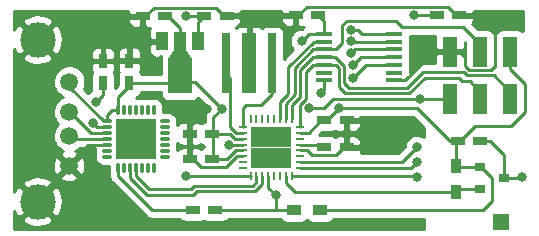
<source format=gbl>
G04 #@! TF.GenerationSoftware,KiCad,Pcbnew,no-vcs-found-7657~57~ubuntu16.04.1*
G04 #@! TF.CreationDate,2017-02-15T15:49:03+02:00*
G04 #@! TF.ProjectId,serial_gw,73657269616C5F67772E6B696361645F,rev?*
G04 #@! TF.FileFunction,Copper,L2,Bot,Signal*
G04 #@! TF.FilePolarity,Positive*
%FSLAX46Y46*%
G04 Gerber Fmt 4.6, Leading zero omitted, Abs format (unit mm)*
G04 Created by KiCad (PCBNEW no-vcs-found-7657~57~ubuntu16.04.1) date Wed Feb 15 15:49:03 2017*
%MOMM*%
%LPD*%
G01*
G04 APERTURE LIST*
%ADD10C,0.100000*%
%ADD11R,1.350000X1.350000*%
%ADD12R,0.800000X5.100000*%
%ADD13R,1.300000X5.100000*%
%ADD14C,2.999740*%
%ADD15C,1.501140*%
%ADD16C,0.800000*%
%ADD17R,1.200000X0.750000*%
%ADD18R,0.750000X1.200000*%
%ADD19R,1.270000X2.500000*%
%ADD20R,1.725000X1.725000*%
%ADD21R,0.250000X0.700000*%
%ADD22R,0.700000X0.250000*%
%ADD23R,1.200000X0.900000*%
%ADD24R,1.450000X0.450000*%
%ADD25C,0.749300*%
%ADD26R,1.998980X2.999740*%
%ADD27R,1.000760X1.501140*%
%ADD28R,1.675000X1.675000*%
%ADD29O,0.300000X0.850000*%
%ADD30O,0.850000X0.300000*%
%ADD31R,0.900000X1.200000*%
%ADD32R,0.900000X0.800000*%
%ADD33C,0.250000*%
%ADD34C,0.254000*%
G04 APERTURE END LIST*
D10*
D11*
X112776000Y-92202000D03*
D12*
X89490000Y-78740000D03*
D13*
X91440000Y-78740000D03*
D12*
X93390000Y-78740000D03*
D14*
X73540000Y-76754000D03*
X73540000Y-90470000D03*
D15*
X76207000Y-80310000D03*
X76207000Y-82850000D03*
X76207000Y-84882000D03*
X76207000Y-87422000D03*
D16*
X73644000Y-87264000D03*
X72644000Y-87264000D03*
X73644000Y-86264000D03*
X72644000Y-86264000D03*
X73644000Y-85264000D03*
X72644000Y-85264000D03*
X73644000Y-84264000D03*
X72644000Y-84264000D03*
X73644000Y-83264000D03*
X72644000Y-83264000D03*
X73644000Y-82264000D03*
X72644000Y-82264000D03*
X73644000Y-81264000D03*
X72644000Y-81264000D03*
X73644000Y-80264000D03*
X72644000Y-80264000D03*
X77708000Y-92408000D03*
X76708000Y-92408000D03*
X77708000Y-91408000D03*
X76708000Y-91408000D03*
X77708000Y-90408000D03*
X76708000Y-90408000D03*
X77708000Y-89408000D03*
X76708000Y-89408000D03*
X79946000Y-76184000D03*
X78946000Y-76184000D03*
X77946000Y-76184000D03*
X76946000Y-76184000D03*
X75946000Y-76184000D03*
X79946000Y-75184000D03*
X78946000Y-75184000D03*
X77946000Y-75184000D03*
X76946000Y-75184000D03*
X75946000Y-75184000D03*
D17*
X97282000Y-74676000D03*
X95382000Y-74676000D03*
X99690000Y-83566000D03*
X97790000Y-83566000D03*
X88326000Y-84728000D03*
X86426000Y-84728000D03*
X86426000Y-86868000D03*
X88326000Y-86868000D03*
X97790000Y-85852000D03*
X99690000Y-85852000D03*
X86680000Y-91186000D03*
X88580000Y-91186000D03*
X84328000Y-74760000D03*
X82428000Y-74760000D03*
X107320000Y-74676000D03*
X109220000Y-74676000D03*
D18*
X81310000Y-78550000D03*
X81310000Y-80450000D03*
D17*
X89530000Y-74730000D03*
X87630000Y-74730000D03*
D18*
X79070000Y-78560000D03*
X79070000Y-80460000D03*
D19*
X113498000Y-81756000D03*
X110998000Y-81756000D03*
X108458000Y-81756000D03*
X108458000Y-77756000D03*
X110998000Y-77756000D03*
X113538000Y-77756000D03*
D20*
X92456000Y-86740500D03*
X92456000Y-85015500D03*
X94181000Y-86740500D03*
X94181000Y-85015500D03*
D21*
X91568500Y-88278000D03*
X92068500Y-88278000D03*
X92568500Y-88278000D03*
X93068500Y-88278000D03*
X93568500Y-88278000D03*
X94068500Y-88278000D03*
X94568500Y-88278000D03*
X95068500Y-88278000D03*
D22*
X95718500Y-87628000D03*
X95718500Y-87128000D03*
X95718500Y-86628000D03*
X95718500Y-86128000D03*
X95718500Y-85628000D03*
X95718500Y-85128000D03*
X95718500Y-84628000D03*
X95718500Y-84128000D03*
D21*
X95068500Y-83478000D03*
X94568500Y-83478000D03*
X94068500Y-83478000D03*
X93568500Y-83478000D03*
X93068500Y-83478000D03*
X92568500Y-83478000D03*
X92068500Y-83478000D03*
X91568500Y-83478000D03*
D22*
X90918500Y-84128000D03*
X90918500Y-84628000D03*
X90918500Y-85128000D03*
X90918500Y-85628000D03*
X90918500Y-86128000D03*
X90918500Y-86628000D03*
X90918500Y-87128000D03*
X90918500Y-87628000D03*
D23*
X95250000Y-91186000D03*
X97450000Y-91186000D03*
D24*
X97790000Y-76282000D03*
X97790000Y-76932000D03*
X97790000Y-77582000D03*
X97790000Y-78232000D03*
X97790000Y-78882000D03*
X97790000Y-79532000D03*
X97790000Y-80182000D03*
X103690000Y-80182000D03*
X103690000Y-79532000D03*
X103690000Y-78882000D03*
X103690000Y-78232000D03*
X103690000Y-77582000D03*
X103690000Y-76932000D03*
X103690000Y-76282000D03*
D25*
X85598000Y-77990700D03*
D10*
G36*
X86098380Y-77616050D02*
X86598760Y-78365350D01*
X84597240Y-78365350D01*
X85097620Y-77616050D01*
X86098380Y-77616050D01*
X86098380Y-77616050D01*
G37*
D26*
X85598000Y-79839820D03*
D27*
X87099140Y-76888340D03*
X85598000Y-76888340D03*
X84096860Y-76888340D03*
D28*
X81026000Y-86003000D03*
X81026000Y-84328000D03*
X82701000Y-86003000D03*
X82701000Y-84328000D03*
D29*
X80363500Y-87615500D03*
X80863500Y-87615500D03*
X81363500Y-87615500D03*
X81863500Y-87615500D03*
X82363500Y-87615500D03*
X82863500Y-87615500D03*
X83363500Y-87615500D03*
D30*
X84313500Y-86665500D03*
X84313500Y-86165500D03*
X84313500Y-85665500D03*
X84313500Y-85165500D03*
X84313500Y-84665500D03*
X84313500Y-84165500D03*
X84313500Y-83665500D03*
D29*
X83363500Y-82715500D03*
X82863500Y-82715500D03*
X82363500Y-82715500D03*
X81863500Y-82715500D03*
X81363500Y-82715500D03*
X80863500Y-82715500D03*
X80363500Y-82715500D03*
D30*
X79413500Y-83665500D03*
X79413500Y-84165500D03*
X79413500Y-84665500D03*
X79413500Y-85165500D03*
X79413500Y-85665500D03*
X79413500Y-86165500D03*
X79413500Y-86665500D03*
D17*
X110998000Y-85344000D03*
X109098000Y-85344000D03*
D31*
X108966000Y-87462000D03*
X108966000Y-89662000D03*
D32*
X112998000Y-88458000D03*
X110998000Y-87508000D03*
X110998000Y-89408000D03*
D16*
X87875000Y-82650000D03*
X89707632Y-85652664D03*
X114554000Y-88392000D03*
X100838000Y-84836000D03*
X89127626Y-82603499D03*
X99060000Y-82513010D03*
X95930001Y-76861151D03*
X105918006Y-81788000D03*
X96515340Y-82554660D03*
X93726000Y-89916000D03*
X97536000Y-81280000D03*
X100064291Y-75897378D03*
X105410000Y-74701009D03*
X86101340Y-74755009D03*
X78236660Y-83815340D03*
X78513160Y-82014840D03*
X105664002Y-85852000D03*
X105664000Y-87122000D03*
X105664000Y-88392000D03*
X100095976Y-76896888D03*
X100235021Y-79964283D03*
X100226992Y-78883000D03*
X100063857Y-77896384D03*
X86075000Y-88275000D03*
D33*
X86426000Y-84099000D02*
X87875000Y-82650000D01*
X86426000Y-84728000D02*
X86426000Y-84099000D01*
X73540000Y-90470000D02*
X73540000Y-90036000D01*
X73540000Y-90036000D02*
X76154000Y-87422000D01*
X76154000Y-87422000D02*
X76207000Y-87422000D01*
X79413500Y-85665500D02*
X77791500Y-85665500D01*
X77791500Y-85665500D02*
X76207000Y-87250000D01*
X76207000Y-87250000D02*
X76207000Y-87369000D01*
X76207000Y-87369000D02*
X76207000Y-87422000D01*
X90918500Y-85628000D02*
X89732296Y-85628000D01*
X89732296Y-85628000D02*
X89707632Y-85652664D01*
X95382000Y-74676000D02*
X91440000Y-74676000D01*
X91440000Y-74676000D02*
X89584000Y-74676000D01*
X91440000Y-78740000D02*
X91440000Y-74676000D01*
X86651000Y-86868000D02*
X86426000Y-86868000D01*
X89514910Y-87568001D02*
X87351001Y-87568001D01*
X90918500Y-86628000D02*
X90454911Y-86628000D01*
X90454911Y-86628000D02*
X89514910Y-87568001D01*
X87351001Y-87568001D02*
X86651000Y-86868000D01*
X108458000Y-77756000D02*
X109252000Y-77756000D01*
X109252000Y-77756000D02*
X109728000Y-78232000D01*
X109728000Y-78232000D02*
X109728000Y-78956002D01*
X112268000Y-76200000D02*
X110744000Y-74676000D01*
X109728000Y-78956002D02*
X110102999Y-79331001D01*
X110102999Y-79331001D02*
X111893001Y-79331001D01*
X112268000Y-78956002D02*
X112268000Y-76200000D01*
X111893001Y-79331001D02*
X112268000Y-78956002D01*
X110744000Y-74676000D02*
X109220000Y-74676000D01*
X82746660Y-76888340D02*
X81607660Y-76888340D01*
X81607660Y-76888340D02*
X81310000Y-77186000D01*
X81310000Y-77186000D02*
X81310000Y-78550000D01*
X89490000Y-74770000D02*
X89530000Y-74730000D01*
X112998000Y-88458000D02*
X114488000Y-88458000D01*
X114488000Y-88458000D02*
X114554000Y-88392000D01*
X109220000Y-74676000D02*
X108995000Y-74676000D01*
X108995000Y-74676000D02*
X108294999Y-73975999D01*
X108294999Y-73975999D02*
X96307001Y-73975999D01*
X96307001Y-73975999D02*
X95607000Y-74676000D01*
X95607000Y-74676000D02*
X95382000Y-74676000D01*
X99690000Y-84836000D02*
X99690000Y-85852000D01*
X99690000Y-83566000D02*
X99690000Y-84836000D01*
X99690000Y-84836000D02*
X100838000Y-84836000D01*
X89305000Y-74730000D02*
X88604999Y-74029999D01*
X83383001Y-74029999D02*
X82653000Y-74760000D01*
X89530000Y-74730000D02*
X89305000Y-74730000D01*
X88604999Y-74029999D02*
X83383001Y-74029999D01*
X82653000Y-74760000D02*
X82428000Y-74760000D01*
X95718500Y-86128000D02*
X96318500Y-86128000D01*
X96318500Y-86128000D02*
X96742501Y-86552001D01*
X96742501Y-86552001D02*
X98764999Y-86552001D01*
X98764999Y-86552001D02*
X99465000Y-85852000D01*
X99465000Y-85852000D02*
X99690000Y-85852000D01*
X89584000Y-74676000D02*
X89530000Y-74730000D01*
X79070000Y-78560000D02*
X75346000Y-78560000D01*
X75346000Y-78560000D02*
X73540000Y-76754000D01*
X82428000Y-74760000D02*
X82428000Y-75385000D01*
X82428000Y-75385000D02*
X82746660Y-75703660D01*
X82746660Y-75703660D02*
X82746660Y-76888340D01*
X81310000Y-78550000D02*
X79080000Y-78550000D01*
X79080000Y-78550000D02*
X79070000Y-78560000D01*
X84096860Y-76888340D02*
X82746660Y-76888340D01*
X103690000Y-80182000D02*
X104665000Y-80182000D01*
X104665000Y-80182000D02*
X107091000Y-77756000D01*
X107091000Y-77756000D02*
X108458000Y-77756000D01*
X86426000Y-84728000D02*
X86426000Y-86868000D01*
X110998000Y-85344000D02*
X111848000Y-85344000D01*
X111848000Y-85344000D02*
X112998000Y-86494000D01*
X112998000Y-86494000D02*
X112998000Y-88458000D01*
X88326000Y-86868000D02*
X88375000Y-86819000D01*
X88375000Y-86819000D02*
X88375000Y-84777000D01*
X88375000Y-84777000D02*
X88326000Y-84728000D01*
X88326000Y-84728000D02*
X88551000Y-84728000D01*
X88551000Y-84728000D02*
X88425000Y-84602000D01*
X88425000Y-84602000D02*
X88425000Y-83306125D01*
X88425000Y-83306125D02*
X89127626Y-82603499D01*
X86864327Y-80340200D02*
X89127626Y-82603499D01*
X85598000Y-80340200D02*
X86864327Y-80340200D01*
X109098000Y-85344000D02*
X108458000Y-85344000D01*
X108458000Y-85344000D02*
X105627010Y-82513010D01*
X105627010Y-82513010D02*
X99060000Y-82513010D01*
X99060000Y-82521000D02*
X99060000Y-82513010D01*
X97790000Y-83566000D02*
X98015000Y-83566000D01*
X98015000Y-83566000D02*
X99060000Y-82521000D01*
X97790000Y-76282000D02*
X96509152Y-76282000D01*
X96509152Y-76282000D02*
X95930001Y-76861151D01*
X90918500Y-85128000D02*
X90208000Y-85128000D01*
X90208000Y-85128000D02*
X89808000Y-84728000D01*
X89808000Y-84728000D02*
X88326000Y-84728000D01*
X89578500Y-86868000D02*
X88326000Y-86868000D01*
X90918500Y-86128000D02*
X90318500Y-86128000D01*
X90318500Y-86128000D02*
X89578500Y-86868000D01*
X97450000Y-91186000D02*
X111252000Y-91186000D01*
X111252000Y-91186000D02*
X112014000Y-90424000D01*
X112014000Y-90424000D02*
X112014000Y-88474000D01*
X112014000Y-88474000D02*
X111048000Y-87508000D01*
X111048000Y-87508000D02*
X110998000Y-87508000D01*
X85598000Y-80340200D02*
X85598000Y-79839820D01*
X85731202Y-80340200D02*
X85598000Y-80340200D01*
X85598000Y-76888340D02*
X85598000Y-77990700D01*
X81310000Y-80450000D02*
X84987820Y-80450000D01*
X84987820Y-80450000D02*
X85598000Y-79839820D01*
X85598000Y-76888340D02*
X85598000Y-77138530D01*
X85598000Y-77138530D02*
X85598000Y-79839820D01*
X85598000Y-76888340D02*
X85598000Y-75805000D01*
X85598000Y-75805000D02*
X84553000Y-74760000D01*
X84553000Y-74760000D02*
X84328000Y-74760000D01*
X79413500Y-83665500D02*
X79138500Y-83665500D01*
X79138500Y-83665500D02*
X76200000Y-80727000D01*
X76200000Y-80727000D02*
X76200000Y-80317000D01*
X76200000Y-80317000D02*
X76207000Y-80310000D01*
X113538000Y-77756000D02*
X113538000Y-79256000D01*
X113538000Y-79256000D02*
X114808000Y-80526000D01*
X114808000Y-80526000D02*
X114808000Y-82916002D01*
X114808000Y-82916002D02*
X113650002Y-84074000D01*
X113650002Y-84074000D02*
X110593000Y-84074000D01*
X110593000Y-84074000D02*
X109323000Y-85344000D01*
X109323000Y-85344000D02*
X109098000Y-85344000D01*
X108966000Y-87462000D02*
X108966000Y-85476000D01*
X108966000Y-85476000D02*
X109098000Y-85344000D01*
X110998000Y-87508000D02*
X109012000Y-87508000D01*
X109012000Y-87508000D02*
X108966000Y-87462000D01*
X81310000Y-80450000D02*
X81310000Y-80675000D01*
X81310000Y-80675000D02*
X80363500Y-81621500D01*
X80363500Y-81621500D02*
X80363500Y-82715500D01*
X79844500Y-82715500D02*
X79413500Y-83146500D01*
X79413500Y-83146500D02*
X79413500Y-83665500D01*
X80363500Y-82715500D02*
X79844500Y-82715500D01*
X84724230Y-74760000D02*
X84328000Y-74760000D01*
X97790000Y-83566000D02*
X97565000Y-83566000D01*
X97565000Y-83566000D02*
X96503000Y-84628000D01*
X96503000Y-84628000D02*
X95718500Y-84628000D01*
X97790000Y-76282000D02*
X97790000Y-75184000D01*
X97790000Y-75184000D02*
X97282000Y-74676000D01*
X97790000Y-85852000D02*
X97566000Y-85628000D01*
X97566000Y-85628000D02*
X95718500Y-85628000D01*
X92456000Y-91186000D02*
X93726000Y-91186000D01*
X93726000Y-91186000D02*
X93726000Y-89916000D01*
X93068500Y-88278000D02*
X93068500Y-89268500D01*
X93068500Y-89268500D02*
X93716000Y-89916000D01*
X93716000Y-89916000D02*
X93726000Y-89916000D01*
X95250000Y-91186000D02*
X92456000Y-91186000D01*
X88580000Y-91186000D02*
X92456000Y-91186000D01*
X98552000Y-81788000D02*
X105918006Y-81788000D01*
X108458000Y-81756000D02*
X105950006Y-81756000D01*
X97785340Y-82554660D02*
X98552000Y-81788000D01*
X105950006Y-81756000D02*
X105918006Y-81788000D01*
X96515340Y-82554660D02*
X97785340Y-82554660D01*
X86680000Y-91186000D02*
X83259000Y-91186000D01*
X83259000Y-91186000D02*
X80363500Y-88290500D01*
X80363500Y-88290500D02*
X80363500Y-87615500D01*
X97790000Y-80182000D02*
X97790000Y-81026000D01*
X97790000Y-81026000D02*
X97536000Y-81280000D01*
X100629976Y-75897378D02*
X100064291Y-75897378D01*
X101014598Y-76282000D02*
X100629976Y-75897378D01*
X103690000Y-76282000D02*
X101014598Y-76282000D01*
X87099140Y-76888340D02*
X87099140Y-75260860D01*
X87099140Y-75260860D02*
X87630000Y-74730000D01*
X107320000Y-74676000D02*
X105435009Y-74676000D01*
X105435009Y-74676000D02*
X105410000Y-74701009D01*
X87630000Y-74730000D02*
X86126349Y-74730000D01*
X86126349Y-74730000D02*
X86101340Y-74755009D01*
X78586820Y-84165500D02*
X78236660Y-83815340D01*
X79413500Y-84165500D02*
X78586820Y-84165500D01*
X79070000Y-81458000D02*
X78513160Y-82014840D01*
X79070000Y-80460000D02*
X79070000Y-81458000D01*
X104818022Y-80855978D02*
X106172000Y-79502000D01*
X112138012Y-79781012D02*
X113498000Y-81141000D01*
X98751411Y-78232000D02*
X99510011Y-78990600D01*
X109916599Y-79781012D02*
X112138012Y-79781012D01*
X106172000Y-79502000D02*
X109637587Y-79502000D01*
X99905978Y-80855978D02*
X104818022Y-80855978D01*
X99510011Y-80460011D02*
X99905978Y-80855978D01*
X99510011Y-78990600D02*
X99510011Y-80460011D01*
X97790000Y-78232000D02*
X98751411Y-78232000D01*
X109637587Y-79502000D02*
X109916599Y-79781012D01*
X113498000Y-81141000D02*
X113498000Y-81756000D01*
X95068500Y-82292085D02*
X95068500Y-83478000D01*
X97790000Y-78232000D02*
X96876389Y-78232000D01*
X95792023Y-79316366D02*
X95792023Y-81568563D01*
X95792023Y-81568563D02*
X95068500Y-82292085D01*
X96876389Y-78232000D02*
X95792023Y-79316366D01*
X99060000Y-79177000D02*
X99060000Y-80772000D01*
X109498000Y-80256000D02*
X110113000Y-80256000D01*
X98765000Y-78882000D02*
X99060000Y-79177000D01*
X106300411Y-80010000D02*
X109252000Y-80010000D01*
X97790000Y-78882000D02*
X98765000Y-78882000D01*
X99060000Y-80772000D02*
X99593989Y-81305989D01*
X99593989Y-81305989D02*
X105004422Y-81305989D01*
X105004422Y-81305989D02*
X106300411Y-80010000D01*
X109252000Y-80010000D02*
X109498000Y-80256000D01*
X110113000Y-80256000D02*
X110998000Y-81141000D01*
X110998000Y-81141000D02*
X110998000Y-81756000D01*
X95718500Y-82278496D02*
X95718500Y-84128000D01*
X96242033Y-81754964D02*
X95718500Y-82278496D01*
X96862800Y-78882000D02*
X96242034Y-79502766D01*
X96242034Y-79502766D02*
X96242033Y-81754964D01*
X97790000Y-78882000D02*
X96862800Y-78882000D01*
X110998000Y-77141000D02*
X110998000Y-77756000D01*
X109549000Y-75692000D02*
X110998000Y-77141000D01*
X103874377Y-75172377D02*
X104394000Y-75692000D01*
X99339290Y-75549377D02*
X99716290Y-75172377D01*
X98765000Y-77582000D02*
X99339290Y-77007710D01*
X104394000Y-75692000D02*
X109549000Y-75692000D01*
X99339290Y-77007710D02*
X99339290Y-75549377D01*
X99716290Y-75172377D02*
X103874377Y-75172377D01*
X97790000Y-77582000D02*
X98765000Y-77582000D01*
X94568500Y-82155675D02*
X95342012Y-81382163D01*
X96889980Y-77582000D02*
X97790000Y-77582000D01*
X94568500Y-83478000D02*
X94568500Y-82155675D01*
X95342012Y-81382163D02*
X95342012Y-79129967D01*
X95342012Y-79129967D02*
X96889980Y-77582000D01*
X78061500Y-84665500D02*
X76207000Y-82811000D01*
X76207000Y-82811000D02*
X76207000Y-82850000D01*
X79413500Y-84665500D02*
X78061500Y-84665500D01*
X79413500Y-85165500D02*
X76529500Y-85165500D01*
X76246000Y-84882000D02*
X76207000Y-84882000D01*
X76529500Y-85165500D02*
X76246000Y-84882000D01*
X104388002Y-87128000D02*
X105664002Y-85852000D01*
X95718500Y-87128000D02*
X104388002Y-87128000D01*
X105158000Y-87628000D02*
X105664000Y-87122000D01*
X95718500Y-87628000D02*
X105158000Y-87628000D01*
X105550000Y-88278000D02*
X105664000Y-88392000D01*
X95068500Y-88278000D02*
X105550000Y-88278000D01*
X103690000Y-76932000D02*
X100131088Y-76932000D01*
X100131088Y-76932000D02*
X100095976Y-76896888D01*
X101317304Y-78882000D02*
X100235021Y-79964283D01*
X103690000Y-78882000D02*
X101317304Y-78882000D01*
X103690000Y-78232000D02*
X100877992Y-78232000D01*
X100877992Y-78232000D02*
X100226992Y-78883000D01*
X103690000Y-77582000D02*
X100378241Y-77582000D01*
X100378241Y-77582000D02*
X100063857Y-77896384D01*
X81363500Y-88426911D02*
X82811602Y-89875013D01*
X86734402Y-89875013D02*
X87005403Y-89604011D01*
X81363500Y-87615500D02*
X81363500Y-88426911D01*
X87005403Y-89604011D02*
X91938902Y-89604011D01*
X82811602Y-89875013D02*
X86734402Y-89875013D01*
X91938902Y-89604011D02*
X92568500Y-88974413D01*
X92568500Y-88974413D02*
X92568500Y-88278000D01*
X91752502Y-89154000D02*
X86819004Y-89154000D01*
X82998002Y-89425002D02*
X81863500Y-88290500D01*
X86819004Y-89154000D02*
X86548002Y-89425002D01*
X92068500Y-88838002D02*
X91752502Y-89154000D01*
X92068500Y-88278000D02*
X92068500Y-88838002D01*
X86548002Y-89425002D02*
X82998002Y-89425002D01*
X81863500Y-88290500D02*
X81863500Y-87615500D01*
X90918500Y-84128000D02*
X90918500Y-82563500D01*
X90918500Y-82563500D02*
X91186000Y-82296000D01*
X91186000Y-82296000D02*
X92456000Y-82296000D01*
X92456000Y-82296000D02*
X93390000Y-81362000D01*
X93390000Y-81362000D02*
X93390000Y-78740000D01*
X89852627Y-79978637D02*
X89490000Y-79616010D01*
X90918500Y-84628000D02*
X90358498Y-84628000D01*
X89852627Y-84122129D02*
X89852627Y-79978637D01*
X90358498Y-84628000D02*
X89852627Y-84122129D01*
X89490000Y-79166000D02*
X89490000Y-78740000D01*
X108966000Y-89662000D02*
X95352500Y-89662000D01*
X95352500Y-89662000D02*
X94568500Y-88878000D01*
X94568500Y-88878000D02*
X94568500Y-88278000D01*
X110998000Y-89408000D02*
X109220000Y-89408000D01*
X109220000Y-89408000D02*
X108966000Y-89662000D01*
X86078000Y-88278000D02*
X86075000Y-88275000D01*
X91568500Y-88278000D02*
X86078000Y-88278000D01*
X94742000Y-79093569D02*
X96903569Y-76932000D01*
X96903569Y-76932000D02*
X97790000Y-76932000D01*
X94068500Y-83478000D02*
X94068500Y-82019264D01*
X94068500Y-82019264D02*
X94742000Y-81345764D01*
X94742000Y-81345764D02*
X94742000Y-79093569D01*
D34*
G36*
X81201000Y-74480250D02*
X81357750Y-74637000D01*
X82305000Y-74637000D01*
X82305000Y-74617000D01*
X82551000Y-74617000D01*
X82551000Y-74637000D01*
X82571000Y-74637000D01*
X82571000Y-74883000D01*
X82551000Y-74883000D01*
X82551000Y-75605250D01*
X82707750Y-75762000D01*
X83089754Y-75762000D01*
X83094045Y-75761146D01*
X83040840Y-75840774D01*
X82993575Y-75954881D01*
X82969480Y-76076016D01*
X82969480Y-76608590D01*
X83126230Y-76765340D01*
X83973860Y-76765340D01*
X83973860Y-76745340D01*
X84219860Y-76745340D01*
X84219860Y-76765340D01*
X84239860Y-76765340D01*
X84239860Y-77011340D01*
X84219860Y-77011340D01*
X84219860Y-77031340D01*
X83973860Y-77031340D01*
X83973860Y-77011340D01*
X83126230Y-77011340D01*
X82969480Y-77168090D01*
X82969480Y-77700664D01*
X82993575Y-77821799D01*
X83040840Y-77935906D01*
X83109457Y-78038599D01*
X83196791Y-78125933D01*
X83299484Y-78194550D01*
X83413591Y-78241815D01*
X83534726Y-78265910D01*
X83817110Y-78265910D01*
X83973858Y-78109162D01*
X83973858Y-78265910D01*
X83975769Y-78265910D01*
X83968477Y-78339950D01*
X83968477Y-78352456D01*
X83967207Y-78365350D01*
X83968477Y-78378244D01*
X83968477Y-79698000D01*
X82294104Y-79698000D01*
X82267075Y-79608897D01*
X82208853Y-79499972D01*
X82206863Y-79497547D01*
X82240640Y-79446996D01*
X82287905Y-79332889D01*
X82312000Y-79211754D01*
X82312000Y-78829750D01*
X82155250Y-78673000D01*
X81433000Y-78673000D01*
X81433000Y-78693000D01*
X81187000Y-78693000D01*
X81187000Y-78673000D01*
X80464750Y-78673000D01*
X80308000Y-78829750D01*
X80308000Y-79211754D01*
X80332095Y-79332889D01*
X80379360Y-79446996D01*
X80413137Y-79497547D01*
X80411147Y-79499972D01*
X80352925Y-79608897D01*
X80317073Y-79727087D01*
X80304967Y-79850000D01*
X80304967Y-80616545D01*
X80075033Y-80846479D01*
X80075033Y-79860000D01*
X80062927Y-79737087D01*
X80027075Y-79618897D01*
X79968853Y-79509972D01*
X79966863Y-79507547D01*
X80000640Y-79456996D01*
X80047905Y-79342889D01*
X80072000Y-79221754D01*
X80072000Y-78839750D01*
X79915250Y-78683000D01*
X79193000Y-78683000D01*
X79193000Y-78703000D01*
X78947000Y-78703000D01*
X78947000Y-78683000D01*
X78224750Y-78683000D01*
X78068000Y-78839750D01*
X78068000Y-79221754D01*
X78092095Y-79342889D01*
X78139360Y-79456996D01*
X78173137Y-79507547D01*
X78171147Y-79509972D01*
X78112925Y-79618897D01*
X78077073Y-79737087D01*
X78064967Y-79860000D01*
X78064967Y-81060000D01*
X78067640Y-81087139D01*
X78035053Y-81100305D01*
X77866524Y-81210587D01*
X77806174Y-81269686D01*
X77447441Y-80910952D01*
X77520467Y-80746932D01*
X77580320Y-80483491D01*
X77584629Y-80174922D01*
X77532155Y-79909912D01*
X77429207Y-79660141D01*
X77279705Y-79435123D01*
X77089345Y-79243429D01*
X76865376Y-79092360D01*
X76616329Y-78987670D01*
X76351692Y-78933348D01*
X76081543Y-78931462D01*
X75816173Y-78982084D01*
X75565689Y-79083286D01*
X75339633Y-79231213D01*
X75146614Y-79420231D01*
X74993986Y-79643140D01*
X74887560Y-79891449D01*
X74831392Y-80155701D01*
X74827620Y-80425830D01*
X74876388Y-80691547D01*
X74975839Y-80942731D01*
X75122184Y-81169814D01*
X75309850Y-81364148D01*
X75531688Y-81518329D01*
X75672836Y-81579996D01*
X75565689Y-81623286D01*
X75339633Y-81771213D01*
X75146614Y-81960231D01*
X74993986Y-82183140D01*
X74887560Y-82431449D01*
X74831392Y-82695701D01*
X74827620Y-82965830D01*
X74876388Y-83231547D01*
X74975839Y-83482731D01*
X75122184Y-83709814D01*
X75274229Y-83867261D01*
X75146614Y-83992231D01*
X74993986Y-84215140D01*
X74887560Y-84463449D01*
X74831392Y-84727701D01*
X74827620Y-84997830D01*
X74876388Y-85263547D01*
X74975839Y-85514731D01*
X75122184Y-85741814D01*
X75309850Y-85936148D01*
X75531688Y-86090329D01*
X75670427Y-86150943D01*
X75614391Y-86171032D01*
X75496095Y-86234263D01*
X75430380Y-86471431D01*
X76207000Y-87248052D01*
X76983620Y-86471431D01*
X76917905Y-86234263D01*
X76743067Y-86151702D01*
X76831120Y-86117549D01*
X77059220Y-85972792D01*
X77117282Y-85917500D01*
X78400685Y-85917500D01*
X78372280Y-86009262D01*
X78356429Y-86160076D01*
X78370173Y-86311095D01*
X78401097Y-86416168D01*
X78372280Y-86509262D01*
X78356429Y-86660076D01*
X78370173Y-86811095D01*
X78412988Y-86956569D01*
X78483244Y-87090957D01*
X78578265Y-87209138D01*
X78694431Y-87306613D01*
X78827317Y-87379668D01*
X78971863Y-87425521D01*
X79122561Y-87442424D01*
X79133410Y-87442500D01*
X79586500Y-87442500D01*
X79586500Y-87895590D01*
X79601298Y-88046510D01*
X79611500Y-88080301D01*
X79611500Y-88290500D01*
X79618278Y-88359626D01*
X79624333Y-88428831D01*
X79625436Y-88432628D01*
X79625822Y-88436564D01*
X79645909Y-88503095D01*
X79665279Y-88569769D01*
X79667097Y-88573277D01*
X79668241Y-88577065D01*
X79700854Y-88638401D01*
X79732819Y-88700068D01*
X79735287Y-88703160D01*
X79737143Y-88706650D01*
X79781031Y-88760462D01*
X79824383Y-88814768D01*
X79829809Y-88820270D01*
X79829903Y-88820385D01*
X79830010Y-88820473D01*
X79831756Y-88822244D01*
X82727255Y-91717744D01*
X82780968Y-91761865D01*
X82834145Y-91806485D01*
X82837607Y-91808389D01*
X82840665Y-91810900D01*
X82901914Y-91843742D01*
X82962756Y-91877190D01*
X82966524Y-91878385D01*
X82970009Y-91880254D01*
X83036448Y-91900566D01*
X83102650Y-91921567D01*
X83106579Y-91922008D01*
X83110361Y-91923164D01*
X83179439Y-91930180D01*
X83248500Y-91937927D01*
X83256235Y-91937981D01*
X83256375Y-91937995D01*
X83256506Y-91937983D01*
X83259000Y-91938000D01*
X85578282Y-91938000D01*
X85634499Y-92006501D01*
X85729972Y-92084853D01*
X85838897Y-92143075D01*
X85957087Y-92178927D01*
X86080000Y-92191033D01*
X87280000Y-92191033D01*
X87402913Y-92178927D01*
X87521103Y-92143075D01*
X87630000Y-92084868D01*
X87738897Y-92143075D01*
X87857087Y-92178927D01*
X87980000Y-92191033D01*
X89180000Y-92191033D01*
X89302913Y-92178927D01*
X89421103Y-92143075D01*
X89530028Y-92084853D01*
X89625501Y-92006501D01*
X89681718Y-91938000D01*
X94100475Y-91938000D01*
X94126147Y-91986028D01*
X94204499Y-92081501D01*
X94299972Y-92159853D01*
X94408897Y-92218075D01*
X94527087Y-92253927D01*
X94650000Y-92266033D01*
X95850000Y-92266033D01*
X95972913Y-92253927D01*
X96091103Y-92218075D01*
X96200028Y-92159853D01*
X96295501Y-92081501D01*
X96350000Y-92015093D01*
X96404499Y-92081501D01*
X96499972Y-92159853D01*
X96608897Y-92218075D01*
X96727087Y-92253927D01*
X96850000Y-92266033D01*
X98050000Y-92266033D01*
X98172913Y-92253927D01*
X98291103Y-92218075D01*
X98400028Y-92159853D01*
X98495501Y-92081501D01*
X98573853Y-91986028D01*
X98599525Y-91938000D01*
X106273000Y-91938000D01*
X106273000Y-92770000D01*
X71568000Y-92770000D01*
X71568000Y-91954633D01*
X72229315Y-91954633D01*
X72385399Y-92268431D01*
X72758441Y-92459126D01*
X73161518Y-92573380D01*
X73579139Y-92606802D01*
X73995257Y-92558109D01*
X74393879Y-92429170D01*
X74694601Y-92268431D01*
X74850685Y-91954633D01*
X73540000Y-90643948D01*
X72229315Y-91954633D01*
X71568000Y-91954633D01*
X71568000Y-91284214D01*
X71580830Y-91323879D01*
X71741569Y-91624601D01*
X72055367Y-91780685D01*
X73366052Y-90470000D01*
X73713948Y-90470000D01*
X75024633Y-91780685D01*
X75338431Y-91624601D01*
X75529126Y-91251559D01*
X75643380Y-90848482D01*
X75676802Y-90430861D01*
X75628109Y-90014743D01*
X75499170Y-89616121D01*
X75338431Y-89315399D01*
X75024633Y-89159315D01*
X73713948Y-90470000D01*
X73366052Y-90470000D01*
X72055367Y-89159315D01*
X71741569Y-89315399D01*
X71568000Y-89654939D01*
X71568000Y-88985367D01*
X72229315Y-88985367D01*
X73540000Y-90296052D01*
X74850685Y-88985367D01*
X74694601Y-88671569D01*
X74321559Y-88480874D01*
X73939470Y-88372569D01*
X75430380Y-88372569D01*
X75496095Y-88609737D01*
X75741470Y-88725606D01*
X76004736Y-88791378D01*
X76275775Y-88804525D01*
X76544170Y-88764543D01*
X76799609Y-88672968D01*
X76917905Y-88609737D01*
X76983620Y-88372569D01*
X76207000Y-87595948D01*
X75430380Y-88372569D01*
X73939470Y-88372569D01*
X73918482Y-88366620D01*
X73500861Y-88333198D01*
X73084743Y-88381891D01*
X72686121Y-88510830D01*
X72385399Y-88671569D01*
X72229315Y-88985367D01*
X71568000Y-88985367D01*
X71568000Y-87490775D01*
X74824475Y-87490775D01*
X74864457Y-87759170D01*
X74956032Y-88014609D01*
X75019263Y-88132905D01*
X75256431Y-88198620D01*
X76033052Y-87422000D01*
X76380948Y-87422000D01*
X77157569Y-88198620D01*
X77394737Y-88132905D01*
X77510606Y-87887530D01*
X77576378Y-87624264D01*
X77589525Y-87353225D01*
X77549543Y-87084830D01*
X77457968Y-86829391D01*
X77394737Y-86711095D01*
X77157569Y-86645380D01*
X76380948Y-87422000D01*
X76033052Y-87422000D01*
X75256431Y-86645380D01*
X75019263Y-86711095D01*
X74903394Y-86956470D01*
X74837622Y-87219736D01*
X74824475Y-87490775D01*
X71568000Y-87490775D01*
X71568000Y-78238633D01*
X72229315Y-78238633D01*
X72385399Y-78552431D01*
X72758441Y-78743126D01*
X73161518Y-78857380D01*
X73579139Y-78890802D01*
X73995257Y-78842109D01*
X74393879Y-78713170D01*
X74694601Y-78552431D01*
X74850685Y-78238633D01*
X73540000Y-76927948D01*
X72229315Y-78238633D01*
X71568000Y-78238633D01*
X71568000Y-77568214D01*
X71580830Y-77607879D01*
X71741569Y-77908601D01*
X72055367Y-78064685D01*
X73366052Y-76754000D01*
X73713948Y-76754000D01*
X75024633Y-78064685D01*
X75338431Y-77908601D01*
X75343724Y-77898246D01*
X78068000Y-77898246D01*
X78068000Y-78280250D01*
X78224750Y-78437000D01*
X78947000Y-78437000D01*
X78947000Y-77489750D01*
X79193000Y-77489750D01*
X79193000Y-78437000D01*
X79915250Y-78437000D01*
X80072000Y-78280250D01*
X80072000Y-77898246D01*
X80070011Y-77888246D01*
X80308000Y-77888246D01*
X80308000Y-78270250D01*
X80464750Y-78427000D01*
X81187000Y-78427000D01*
X81187000Y-77479750D01*
X81433000Y-77479750D01*
X81433000Y-78427000D01*
X82155250Y-78427000D01*
X82312000Y-78270250D01*
X82312000Y-77888246D01*
X82287905Y-77767111D01*
X82240640Y-77653004D01*
X82172023Y-77550311D01*
X82084689Y-77462977D01*
X81981996Y-77394360D01*
X81867889Y-77347095D01*
X81746754Y-77323000D01*
X81589750Y-77323000D01*
X81433000Y-77479750D01*
X81187000Y-77479750D01*
X81030250Y-77323000D01*
X80873246Y-77323000D01*
X80752111Y-77347095D01*
X80638004Y-77394360D01*
X80535311Y-77462977D01*
X80447977Y-77550311D01*
X80379360Y-77653004D01*
X80332095Y-77767111D01*
X80308000Y-77888246D01*
X80070011Y-77888246D01*
X80047905Y-77777111D01*
X80000640Y-77663004D01*
X79932023Y-77560311D01*
X79844689Y-77472977D01*
X79741996Y-77404360D01*
X79627889Y-77357095D01*
X79506754Y-77333000D01*
X79349750Y-77333000D01*
X79193000Y-77489750D01*
X78947000Y-77489750D01*
X78790250Y-77333000D01*
X78633246Y-77333000D01*
X78512111Y-77357095D01*
X78398004Y-77404360D01*
X78295311Y-77472977D01*
X78207977Y-77560311D01*
X78139360Y-77663004D01*
X78092095Y-77777111D01*
X78068000Y-77898246D01*
X75343724Y-77898246D01*
X75529126Y-77535559D01*
X75643380Y-77132482D01*
X75676802Y-76714861D01*
X75628109Y-76298743D01*
X75499170Y-75900121D01*
X75338431Y-75599399D01*
X75024633Y-75443315D01*
X73713948Y-76754000D01*
X73366052Y-76754000D01*
X72055367Y-75443315D01*
X71741569Y-75599399D01*
X71568000Y-75938939D01*
X71568000Y-75269367D01*
X72229315Y-75269367D01*
X73540000Y-76580052D01*
X74850685Y-75269367D01*
X74736473Y-75039750D01*
X81201000Y-75039750D01*
X81201000Y-75196754D01*
X81225095Y-75317889D01*
X81272360Y-75431996D01*
X81340977Y-75534689D01*
X81428311Y-75622023D01*
X81531004Y-75690640D01*
X81645111Y-75737905D01*
X81766246Y-75762000D01*
X82148250Y-75762000D01*
X82305000Y-75605250D01*
X82305000Y-74883000D01*
X81357750Y-74883000D01*
X81201000Y-75039750D01*
X74736473Y-75039750D01*
X74694601Y-74955569D01*
X74321559Y-74764874D01*
X73918482Y-74650620D01*
X73500861Y-74617198D01*
X73084743Y-74665891D01*
X72686121Y-74794830D01*
X72385399Y-74955569D01*
X72229315Y-75269367D01*
X71568000Y-75269367D01*
X71568000Y-74362000D01*
X81201000Y-74362000D01*
X81201000Y-74480250D01*
X81201000Y-74480250D01*
G37*
X81201000Y-74480250D02*
X81357750Y-74637000D01*
X82305000Y-74637000D01*
X82305000Y-74617000D01*
X82551000Y-74617000D01*
X82551000Y-74637000D01*
X82571000Y-74637000D01*
X82571000Y-74883000D01*
X82551000Y-74883000D01*
X82551000Y-75605250D01*
X82707750Y-75762000D01*
X83089754Y-75762000D01*
X83094045Y-75761146D01*
X83040840Y-75840774D01*
X82993575Y-75954881D01*
X82969480Y-76076016D01*
X82969480Y-76608590D01*
X83126230Y-76765340D01*
X83973860Y-76765340D01*
X83973860Y-76745340D01*
X84219860Y-76745340D01*
X84219860Y-76765340D01*
X84239860Y-76765340D01*
X84239860Y-77011340D01*
X84219860Y-77011340D01*
X84219860Y-77031340D01*
X83973860Y-77031340D01*
X83973860Y-77011340D01*
X83126230Y-77011340D01*
X82969480Y-77168090D01*
X82969480Y-77700664D01*
X82993575Y-77821799D01*
X83040840Y-77935906D01*
X83109457Y-78038599D01*
X83196791Y-78125933D01*
X83299484Y-78194550D01*
X83413591Y-78241815D01*
X83534726Y-78265910D01*
X83817110Y-78265910D01*
X83973858Y-78109162D01*
X83973858Y-78265910D01*
X83975769Y-78265910D01*
X83968477Y-78339950D01*
X83968477Y-78352456D01*
X83967207Y-78365350D01*
X83968477Y-78378244D01*
X83968477Y-79698000D01*
X82294104Y-79698000D01*
X82267075Y-79608897D01*
X82208853Y-79499972D01*
X82206863Y-79497547D01*
X82240640Y-79446996D01*
X82287905Y-79332889D01*
X82312000Y-79211754D01*
X82312000Y-78829750D01*
X82155250Y-78673000D01*
X81433000Y-78673000D01*
X81433000Y-78693000D01*
X81187000Y-78693000D01*
X81187000Y-78673000D01*
X80464750Y-78673000D01*
X80308000Y-78829750D01*
X80308000Y-79211754D01*
X80332095Y-79332889D01*
X80379360Y-79446996D01*
X80413137Y-79497547D01*
X80411147Y-79499972D01*
X80352925Y-79608897D01*
X80317073Y-79727087D01*
X80304967Y-79850000D01*
X80304967Y-80616545D01*
X80075033Y-80846479D01*
X80075033Y-79860000D01*
X80062927Y-79737087D01*
X80027075Y-79618897D01*
X79968853Y-79509972D01*
X79966863Y-79507547D01*
X80000640Y-79456996D01*
X80047905Y-79342889D01*
X80072000Y-79221754D01*
X80072000Y-78839750D01*
X79915250Y-78683000D01*
X79193000Y-78683000D01*
X79193000Y-78703000D01*
X78947000Y-78703000D01*
X78947000Y-78683000D01*
X78224750Y-78683000D01*
X78068000Y-78839750D01*
X78068000Y-79221754D01*
X78092095Y-79342889D01*
X78139360Y-79456996D01*
X78173137Y-79507547D01*
X78171147Y-79509972D01*
X78112925Y-79618897D01*
X78077073Y-79737087D01*
X78064967Y-79860000D01*
X78064967Y-81060000D01*
X78067640Y-81087139D01*
X78035053Y-81100305D01*
X77866524Y-81210587D01*
X77806174Y-81269686D01*
X77447441Y-80910952D01*
X77520467Y-80746932D01*
X77580320Y-80483491D01*
X77584629Y-80174922D01*
X77532155Y-79909912D01*
X77429207Y-79660141D01*
X77279705Y-79435123D01*
X77089345Y-79243429D01*
X76865376Y-79092360D01*
X76616329Y-78987670D01*
X76351692Y-78933348D01*
X76081543Y-78931462D01*
X75816173Y-78982084D01*
X75565689Y-79083286D01*
X75339633Y-79231213D01*
X75146614Y-79420231D01*
X74993986Y-79643140D01*
X74887560Y-79891449D01*
X74831392Y-80155701D01*
X74827620Y-80425830D01*
X74876388Y-80691547D01*
X74975839Y-80942731D01*
X75122184Y-81169814D01*
X75309850Y-81364148D01*
X75531688Y-81518329D01*
X75672836Y-81579996D01*
X75565689Y-81623286D01*
X75339633Y-81771213D01*
X75146614Y-81960231D01*
X74993986Y-82183140D01*
X74887560Y-82431449D01*
X74831392Y-82695701D01*
X74827620Y-82965830D01*
X74876388Y-83231547D01*
X74975839Y-83482731D01*
X75122184Y-83709814D01*
X75274229Y-83867261D01*
X75146614Y-83992231D01*
X74993986Y-84215140D01*
X74887560Y-84463449D01*
X74831392Y-84727701D01*
X74827620Y-84997830D01*
X74876388Y-85263547D01*
X74975839Y-85514731D01*
X75122184Y-85741814D01*
X75309850Y-85936148D01*
X75531688Y-86090329D01*
X75670427Y-86150943D01*
X75614391Y-86171032D01*
X75496095Y-86234263D01*
X75430380Y-86471431D01*
X76207000Y-87248052D01*
X76983620Y-86471431D01*
X76917905Y-86234263D01*
X76743067Y-86151702D01*
X76831120Y-86117549D01*
X77059220Y-85972792D01*
X77117282Y-85917500D01*
X78400685Y-85917500D01*
X78372280Y-86009262D01*
X78356429Y-86160076D01*
X78370173Y-86311095D01*
X78401097Y-86416168D01*
X78372280Y-86509262D01*
X78356429Y-86660076D01*
X78370173Y-86811095D01*
X78412988Y-86956569D01*
X78483244Y-87090957D01*
X78578265Y-87209138D01*
X78694431Y-87306613D01*
X78827317Y-87379668D01*
X78971863Y-87425521D01*
X79122561Y-87442424D01*
X79133410Y-87442500D01*
X79586500Y-87442500D01*
X79586500Y-87895590D01*
X79601298Y-88046510D01*
X79611500Y-88080301D01*
X79611500Y-88290500D01*
X79618278Y-88359626D01*
X79624333Y-88428831D01*
X79625436Y-88432628D01*
X79625822Y-88436564D01*
X79645909Y-88503095D01*
X79665279Y-88569769D01*
X79667097Y-88573277D01*
X79668241Y-88577065D01*
X79700854Y-88638401D01*
X79732819Y-88700068D01*
X79735287Y-88703160D01*
X79737143Y-88706650D01*
X79781031Y-88760462D01*
X79824383Y-88814768D01*
X79829809Y-88820270D01*
X79829903Y-88820385D01*
X79830010Y-88820473D01*
X79831756Y-88822244D01*
X82727255Y-91717744D01*
X82780968Y-91761865D01*
X82834145Y-91806485D01*
X82837607Y-91808389D01*
X82840665Y-91810900D01*
X82901914Y-91843742D01*
X82962756Y-91877190D01*
X82966524Y-91878385D01*
X82970009Y-91880254D01*
X83036448Y-91900566D01*
X83102650Y-91921567D01*
X83106579Y-91922008D01*
X83110361Y-91923164D01*
X83179439Y-91930180D01*
X83248500Y-91937927D01*
X83256235Y-91937981D01*
X83256375Y-91937995D01*
X83256506Y-91937983D01*
X83259000Y-91938000D01*
X85578282Y-91938000D01*
X85634499Y-92006501D01*
X85729972Y-92084853D01*
X85838897Y-92143075D01*
X85957087Y-92178927D01*
X86080000Y-92191033D01*
X87280000Y-92191033D01*
X87402913Y-92178927D01*
X87521103Y-92143075D01*
X87630000Y-92084868D01*
X87738897Y-92143075D01*
X87857087Y-92178927D01*
X87980000Y-92191033D01*
X89180000Y-92191033D01*
X89302913Y-92178927D01*
X89421103Y-92143075D01*
X89530028Y-92084853D01*
X89625501Y-92006501D01*
X89681718Y-91938000D01*
X94100475Y-91938000D01*
X94126147Y-91986028D01*
X94204499Y-92081501D01*
X94299972Y-92159853D01*
X94408897Y-92218075D01*
X94527087Y-92253927D01*
X94650000Y-92266033D01*
X95850000Y-92266033D01*
X95972913Y-92253927D01*
X96091103Y-92218075D01*
X96200028Y-92159853D01*
X96295501Y-92081501D01*
X96350000Y-92015093D01*
X96404499Y-92081501D01*
X96499972Y-92159853D01*
X96608897Y-92218075D01*
X96727087Y-92253927D01*
X96850000Y-92266033D01*
X98050000Y-92266033D01*
X98172913Y-92253927D01*
X98291103Y-92218075D01*
X98400028Y-92159853D01*
X98495501Y-92081501D01*
X98573853Y-91986028D01*
X98599525Y-91938000D01*
X106273000Y-91938000D01*
X106273000Y-92770000D01*
X71568000Y-92770000D01*
X71568000Y-91954633D01*
X72229315Y-91954633D01*
X72385399Y-92268431D01*
X72758441Y-92459126D01*
X73161518Y-92573380D01*
X73579139Y-92606802D01*
X73995257Y-92558109D01*
X74393879Y-92429170D01*
X74694601Y-92268431D01*
X74850685Y-91954633D01*
X73540000Y-90643948D01*
X72229315Y-91954633D01*
X71568000Y-91954633D01*
X71568000Y-91284214D01*
X71580830Y-91323879D01*
X71741569Y-91624601D01*
X72055367Y-91780685D01*
X73366052Y-90470000D01*
X73713948Y-90470000D01*
X75024633Y-91780685D01*
X75338431Y-91624601D01*
X75529126Y-91251559D01*
X75643380Y-90848482D01*
X75676802Y-90430861D01*
X75628109Y-90014743D01*
X75499170Y-89616121D01*
X75338431Y-89315399D01*
X75024633Y-89159315D01*
X73713948Y-90470000D01*
X73366052Y-90470000D01*
X72055367Y-89159315D01*
X71741569Y-89315399D01*
X71568000Y-89654939D01*
X71568000Y-88985367D01*
X72229315Y-88985367D01*
X73540000Y-90296052D01*
X74850685Y-88985367D01*
X74694601Y-88671569D01*
X74321559Y-88480874D01*
X73939470Y-88372569D01*
X75430380Y-88372569D01*
X75496095Y-88609737D01*
X75741470Y-88725606D01*
X76004736Y-88791378D01*
X76275775Y-88804525D01*
X76544170Y-88764543D01*
X76799609Y-88672968D01*
X76917905Y-88609737D01*
X76983620Y-88372569D01*
X76207000Y-87595948D01*
X75430380Y-88372569D01*
X73939470Y-88372569D01*
X73918482Y-88366620D01*
X73500861Y-88333198D01*
X73084743Y-88381891D01*
X72686121Y-88510830D01*
X72385399Y-88671569D01*
X72229315Y-88985367D01*
X71568000Y-88985367D01*
X71568000Y-87490775D01*
X74824475Y-87490775D01*
X74864457Y-87759170D01*
X74956032Y-88014609D01*
X75019263Y-88132905D01*
X75256431Y-88198620D01*
X76033052Y-87422000D01*
X76380948Y-87422000D01*
X77157569Y-88198620D01*
X77394737Y-88132905D01*
X77510606Y-87887530D01*
X77576378Y-87624264D01*
X77589525Y-87353225D01*
X77549543Y-87084830D01*
X77457968Y-86829391D01*
X77394737Y-86711095D01*
X77157569Y-86645380D01*
X76380948Y-87422000D01*
X76033052Y-87422000D01*
X75256431Y-86645380D01*
X75019263Y-86711095D01*
X74903394Y-86956470D01*
X74837622Y-87219736D01*
X74824475Y-87490775D01*
X71568000Y-87490775D01*
X71568000Y-78238633D01*
X72229315Y-78238633D01*
X72385399Y-78552431D01*
X72758441Y-78743126D01*
X73161518Y-78857380D01*
X73579139Y-78890802D01*
X73995257Y-78842109D01*
X74393879Y-78713170D01*
X74694601Y-78552431D01*
X74850685Y-78238633D01*
X73540000Y-76927948D01*
X72229315Y-78238633D01*
X71568000Y-78238633D01*
X71568000Y-77568214D01*
X71580830Y-77607879D01*
X71741569Y-77908601D01*
X72055367Y-78064685D01*
X73366052Y-76754000D01*
X73713948Y-76754000D01*
X75024633Y-78064685D01*
X75338431Y-77908601D01*
X75343724Y-77898246D01*
X78068000Y-77898246D01*
X78068000Y-78280250D01*
X78224750Y-78437000D01*
X78947000Y-78437000D01*
X78947000Y-77489750D01*
X79193000Y-77489750D01*
X79193000Y-78437000D01*
X79915250Y-78437000D01*
X80072000Y-78280250D01*
X80072000Y-77898246D01*
X80070011Y-77888246D01*
X80308000Y-77888246D01*
X80308000Y-78270250D01*
X80464750Y-78427000D01*
X81187000Y-78427000D01*
X81187000Y-77479750D01*
X81433000Y-77479750D01*
X81433000Y-78427000D01*
X82155250Y-78427000D01*
X82312000Y-78270250D01*
X82312000Y-77888246D01*
X82287905Y-77767111D01*
X82240640Y-77653004D01*
X82172023Y-77550311D01*
X82084689Y-77462977D01*
X81981996Y-77394360D01*
X81867889Y-77347095D01*
X81746754Y-77323000D01*
X81589750Y-77323000D01*
X81433000Y-77479750D01*
X81187000Y-77479750D01*
X81030250Y-77323000D01*
X80873246Y-77323000D01*
X80752111Y-77347095D01*
X80638004Y-77394360D01*
X80535311Y-77462977D01*
X80447977Y-77550311D01*
X80379360Y-77653004D01*
X80332095Y-77767111D01*
X80308000Y-77888246D01*
X80070011Y-77888246D01*
X80047905Y-77777111D01*
X80000640Y-77663004D01*
X79932023Y-77560311D01*
X79844689Y-77472977D01*
X79741996Y-77404360D01*
X79627889Y-77357095D01*
X79506754Y-77333000D01*
X79349750Y-77333000D01*
X79193000Y-77489750D01*
X78947000Y-77489750D01*
X78790250Y-77333000D01*
X78633246Y-77333000D01*
X78512111Y-77357095D01*
X78398004Y-77404360D01*
X78295311Y-77472977D01*
X78207977Y-77560311D01*
X78139360Y-77663004D01*
X78092095Y-77777111D01*
X78068000Y-77898246D01*
X75343724Y-77898246D01*
X75529126Y-77535559D01*
X75643380Y-77132482D01*
X75676802Y-76714861D01*
X75628109Y-76298743D01*
X75499170Y-75900121D01*
X75338431Y-75599399D01*
X75024633Y-75443315D01*
X73713948Y-76754000D01*
X73366052Y-76754000D01*
X72055367Y-75443315D01*
X71741569Y-75599399D01*
X71568000Y-75938939D01*
X71568000Y-75269367D01*
X72229315Y-75269367D01*
X73540000Y-76580052D01*
X74850685Y-75269367D01*
X74736473Y-75039750D01*
X81201000Y-75039750D01*
X81201000Y-75196754D01*
X81225095Y-75317889D01*
X81272360Y-75431996D01*
X81340977Y-75534689D01*
X81428311Y-75622023D01*
X81531004Y-75690640D01*
X81645111Y-75737905D01*
X81766246Y-75762000D01*
X82148250Y-75762000D01*
X82305000Y-75605250D01*
X82305000Y-74883000D01*
X81357750Y-74883000D01*
X81201000Y-75039750D01*
X74736473Y-75039750D01*
X74694601Y-74955569D01*
X74321559Y-74764874D01*
X73918482Y-74650620D01*
X73500861Y-74617198D01*
X73084743Y-74665891D01*
X72686121Y-74794830D01*
X72385399Y-74955569D01*
X72229315Y-75269367D01*
X71568000Y-75269367D01*
X71568000Y-74362000D01*
X81201000Y-74362000D01*
X81201000Y-74480250D01*
G36*
X83968477Y-81339690D02*
X83980583Y-81462603D01*
X84016435Y-81580793D01*
X84074657Y-81689718D01*
X84153009Y-81785191D01*
X84248482Y-81863543D01*
X84357407Y-81921765D01*
X84475597Y-81957617D01*
X84598510Y-81969723D01*
X86597490Y-81969723D01*
X86720403Y-81957617D01*
X86838593Y-81921765D01*
X86947518Y-81863543D01*
X87042991Y-81785191D01*
X87121343Y-81689718D01*
X87131449Y-81670810D01*
X88064138Y-82603499D01*
X87893256Y-82774381D01*
X87849178Y-82828043D01*
X87804515Y-82881270D01*
X87802610Y-82884736D01*
X87800100Y-82887791D01*
X87767280Y-82949000D01*
X87733810Y-83009881D01*
X87732614Y-83013651D01*
X87730746Y-83017135D01*
X87710438Y-83083559D01*
X87689433Y-83149775D01*
X87688992Y-83153704D01*
X87687836Y-83157486D01*
X87680820Y-83226564D01*
X87673073Y-83295625D01*
X87673019Y-83303360D01*
X87673005Y-83303500D01*
X87673017Y-83303631D01*
X87673000Y-83306125D01*
X87673000Y-83728187D01*
X87603087Y-83735073D01*
X87484897Y-83770925D01*
X87375972Y-83829147D01*
X87373547Y-83831137D01*
X87322996Y-83797360D01*
X87208889Y-83750095D01*
X87087754Y-83726000D01*
X86705750Y-83726000D01*
X86549000Y-83882750D01*
X86549000Y-84605000D01*
X86569000Y-84605000D01*
X86569000Y-84851000D01*
X86549000Y-84851000D01*
X86549000Y-85573250D01*
X86705750Y-85730000D01*
X87087754Y-85730000D01*
X87208889Y-85705905D01*
X87322996Y-85658640D01*
X87373547Y-85624863D01*
X87375972Y-85626853D01*
X87484897Y-85685075D01*
X87603087Y-85720927D01*
X87623000Y-85722888D01*
X87623000Y-85873112D01*
X87603087Y-85875073D01*
X87484897Y-85910925D01*
X87375972Y-85969147D01*
X87373547Y-85971137D01*
X87322996Y-85937360D01*
X87208889Y-85890095D01*
X87087754Y-85866000D01*
X86705750Y-85866000D01*
X86549000Y-86022750D01*
X86549000Y-86745000D01*
X86569000Y-86745000D01*
X86569000Y-86991000D01*
X86549000Y-86991000D01*
X86549000Y-87011000D01*
X86303000Y-87011000D01*
X86303000Y-86991000D01*
X86283000Y-86991000D01*
X86283000Y-86745000D01*
X86303000Y-86745000D01*
X86303000Y-86022750D01*
X86146250Y-85866000D01*
X85764246Y-85866000D01*
X85643111Y-85890095D01*
X85529004Y-85937360D01*
X85426311Y-86005977D01*
X85361461Y-86070827D01*
X85356827Y-86019905D01*
X85325903Y-85914832D01*
X85354720Y-85821738D01*
X85370571Y-85670924D01*
X85356890Y-85520602D01*
X85426311Y-85590023D01*
X85529004Y-85658640D01*
X85643111Y-85705905D01*
X85764246Y-85730000D01*
X86146250Y-85730000D01*
X86303000Y-85573250D01*
X86303000Y-84851000D01*
X86283000Y-84851000D01*
X86283000Y-84605000D01*
X86303000Y-84605000D01*
X86303000Y-83882750D01*
X86146250Y-83726000D01*
X85764246Y-83726000D01*
X85643111Y-83750095D01*
X85529004Y-83797360D01*
X85426311Y-83865977D01*
X85338977Y-83953311D01*
X85337762Y-83955129D01*
X85325903Y-83914832D01*
X85354720Y-83821738D01*
X85370571Y-83670924D01*
X85356827Y-83519905D01*
X85314012Y-83374431D01*
X85243756Y-83240043D01*
X85148735Y-83121862D01*
X85032569Y-83024387D01*
X84899683Y-82951332D01*
X84755137Y-82905479D01*
X84604439Y-82888576D01*
X84593590Y-82888500D01*
X84140500Y-82888500D01*
X84140500Y-82435410D01*
X84125702Y-82284490D01*
X84081872Y-82139318D01*
X84010680Y-82005425D01*
X83914836Y-81887909D01*
X83797993Y-81791248D01*
X83664600Y-81719122D01*
X83519738Y-81674280D01*
X83368924Y-81658429D01*
X83217905Y-81672173D01*
X83112832Y-81703097D01*
X83019738Y-81674280D01*
X82868924Y-81658429D01*
X82717905Y-81672173D01*
X82612832Y-81703097D01*
X82519738Y-81674280D01*
X82368924Y-81658429D01*
X82217905Y-81672173D01*
X82112832Y-81703097D01*
X82019738Y-81674280D01*
X81868924Y-81658429D01*
X81826495Y-81662290D01*
X81926103Y-81632075D01*
X82035028Y-81573853D01*
X82130501Y-81495501D01*
X82208853Y-81400028D01*
X82267075Y-81291103D01*
X82294104Y-81202000D01*
X83968477Y-81202000D01*
X83968477Y-81339690D01*
X83968477Y-81339690D01*
G37*
X83968477Y-81339690D02*
X83980583Y-81462603D01*
X84016435Y-81580793D01*
X84074657Y-81689718D01*
X84153009Y-81785191D01*
X84248482Y-81863543D01*
X84357407Y-81921765D01*
X84475597Y-81957617D01*
X84598510Y-81969723D01*
X86597490Y-81969723D01*
X86720403Y-81957617D01*
X86838593Y-81921765D01*
X86947518Y-81863543D01*
X87042991Y-81785191D01*
X87121343Y-81689718D01*
X87131449Y-81670810D01*
X88064138Y-82603499D01*
X87893256Y-82774381D01*
X87849178Y-82828043D01*
X87804515Y-82881270D01*
X87802610Y-82884736D01*
X87800100Y-82887791D01*
X87767280Y-82949000D01*
X87733810Y-83009881D01*
X87732614Y-83013651D01*
X87730746Y-83017135D01*
X87710438Y-83083559D01*
X87689433Y-83149775D01*
X87688992Y-83153704D01*
X87687836Y-83157486D01*
X87680820Y-83226564D01*
X87673073Y-83295625D01*
X87673019Y-83303360D01*
X87673005Y-83303500D01*
X87673017Y-83303631D01*
X87673000Y-83306125D01*
X87673000Y-83728187D01*
X87603087Y-83735073D01*
X87484897Y-83770925D01*
X87375972Y-83829147D01*
X87373547Y-83831137D01*
X87322996Y-83797360D01*
X87208889Y-83750095D01*
X87087754Y-83726000D01*
X86705750Y-83726000D01*
X86549000Y-83882750D01*
X86549000Y-84605000D01*
X86569000Y-84605000D01*
X86569000Y-84851000D01*
X86549000Y-84851000D01*
X86549000Y-85573250D01*
X86705750Y-85730000D01*
X87087754Y-85730000D01*
X87208889Y-85705905D01*
X87322996Y-85658640D01*
X87373547Y-85624863D01*
X87375972Y-85626853D01*
X87484897Y-85685075D01*
X87603087Y-85720927D01*
X87623000Y-85722888D01*
X87623000Y-85873112D01*
X87603087Y-85875073D01*
X87484897Y-85910925D01*
X87375972Y-85969147D01*
X87373547Y-85971137D01*
X87322996Y-85937360D01*
X87208889Y-85890095D01*
X87087754Y-85866000D01*
X86705750Y-85866000D01*
X86549000Y-86022750D01*
X86549000Y-86745000D01*
X86569000Y-86745000D01*
X86569000Y-86991000D01*
X86549000Y-86991000D01*
X86549000Y-87011000D01*
X86303000Y-87011000D01*
X86303000Y-86991000D01*
X86283000Y-86991000D01*
X86283000Y-86745000D01*
X86303000Y-86745000D01*
X86303000Y-86022750D01*
X86146250Y-85866000D01*
X85764246Y-85866000D01*
X85643111Y-85890095D01*
X85529004Y-85937360D01*
X85426311Y-86005977D01*
X85361461Y-86070827D01*
X85356827Y-86019905D01*
X85325903Y-85914832D01*
X85354720Y-85821738D01*
X85370571Y-85670924D01*
X85356890Y-85520602D01*
X85426311Y-85590023D01*
X85529004Y-85658640D01*
X85643111Y-85705905D01*
X85764246Y-85730000D01*
X86146250Y-85730000D01*
X86303000Y-85573250D01*
X86303000Y-84851000D01*
X86283000Y-84851000D01*
X86283000Y-84605000D01*
X86303000Y-84605000D01*
X86303000Y-83882750D01*
X86146250Y-83726000D01*
X85764246Y-83726000D01*
X85643111Y-83750095D01*
X85529004Y-83797360D01*
X85426311Y-83865977D01*
X85338977Y-83953311D01*
X85337762Y-83955129D01*
X85325903Y-83914832D01*
X85354720Y-83821738D01*
X85370571Y-83670924D01*
X85356827Y-83519905D01*
X85314012Y-83374431D01*
X85243756Y-83240043D01*
X85148735Y-83121862D01*
X85032569Y-83024387D01*
X84899683Y-82951332D01*
X84755137Y-82905479D01*
X84604439Y-82888576D01*
X84593590Y-82888500D01*
X84140500Y-82888500D01*
X84140500Y-82435410D01*
X84125702Y-82284490D01*
X84081872Y-82139318D01*
X84010680Y-82005425D01*
X83914836Y-81887909D01*
X83797993Y-81791248D01*
X83664600Y-81719122D01*
X83519738Y-81674280D01*
X83368924Y-81658429D01*
X83217905Y-81672173D01*
X83112832Y-81703097D01*
X83019738Y-81674280D01*
X82868924Y-81658429D01*
X82717905Y-81672173D01*
X82612832Y-81703097D01*
X82519738Y-81674280D01*
X82368924Y-81658429D01*
X82217905Y-81672173D01*
X82112832Y-81703097D01*
X82019738Y-81674280D01*
X81868924Y-81658429D01*
X81826495Y-81662290D01*
X81926103Y-81632075D01*
X82035028Y-81573853D01*
X82130501Y-81495501D01*
X82208853Y-81400028D01*
X82267075Y-81291103D01*
X82294104Y-81202000D01*
X83968477Y-81202000D01*
X83968477Y-81339690D01*
G36*
X106273000Y-84222488D02*
X106273000Y-85023935D01*
X106154831Y-84944230D01*
X105969164Y-84866182D01*
X105771872Y-84825684D01*
X105570472Y-84824278D01*
X105372634Y-84862018D01*
X105185895Y-84937465D01*
X105017366Y-85047747D01*
X104873468Y-85188663D01*
X104759681Y-85354845D01*
X104680339Y-85539964D01*
X104638464Y-85736968D01*
X104637372Y-85815141D01*
X104076514Y-86376000D01*
X100899646Y-86376000D01*
X100917000Y-86288754D01*
X100917000Y-86131750D01*
X100760250Y-85975000D01*
X99813000Y-85975000D01*
X99813000Y-85995000D01*
X99567000Y-85995000D01*
X99567000Y-85975000D01*
X99547000Y-85975000D01*
X99547000Y-85729000D01*
X99567000Y-85729000D01*
X99567000Y-85006750D01*
X99813000Y-85006750D01*
X99813000Y-85729000D01*
X100760250Y-85729000D01*
X100917000Y-85572250D01*
X100917000Y-85415246D01*
X100892905Y-85294111D01*
X100845640Y-85180004D01*
X100777023Y-85077311D01*
X100689689Y-84989977D01*
X100586996Y-84921360D01*
X100472889Y-84874095D01*
X100351754Y-84850000D01*
X99969750Y-84850000D01*
X99813000Y-85006750D01*
X99567000Y-85006750D01*
X99410250Y-84850000D01*
X99028246Y-84850000D01*
X98907111Y-84874095D01*
X98793004Y-84921360D01*
X98742453Y-84955137D01*
X98740028Y-84953147D01*
X98631103Y-84894925D01*
X98512913Y-84859073D01*
X98390000Y-84846967D01*
X97347521Y-84846967D01*
X97623455Y-84571033D01*
X98390000Y-84571033D01*
X98512913Y-84558927D01*
X98631103Y-84523075D01*
X98740028Y-84464853D01*
X98742453Y-84462863D01*
X98793004Y-84496640D01*
X98907111Y-84543905D01*
X99028246Y-84568000D01*
X99410250Y-84568000D01*
X99567000Y-84411250D01*
X99567000Y-83689000D01*
X99813000Y-83689000D01*
X99813000Y-84411250D01*
X99969750Y-84568000D01*
X100351754Y-84568000D01*
X100472889Y-84543905D01*
X100586996Y-84496640D01*
X100689689Y-84428023D01*
X100777023Y-84340689D01*
X100845640Y-84237996D01*
X100892905Y-84123889D01*
X100917000Y-84002754D01*
X100917000Y-83845750D01*
X100760250Y-83689000D01*
X99813000Y-83689000D01*
X99567000Y-83689000D01*
X99547000Y-83689000D01*
X99547000Y-83443000D01*
X99567000Y-83443000D01*
X99567000Y-83423000D01*
X99813000Y-83423000D01*
X99813000Y-83443000D01*
X100760250Y-83443000D01*
X100917000Y-83286250D01*
X100917000Y-83265010D01*
X105315522Y-83265010D01*
X106273000Y-84222488D01*
X106273000Y-84222488D01*
G37*
X106273000Y-84222488D02*
X106273000Y-85023935D01*
X106154831Y-84944230D01*
X105969164Y-84866182D01*
X105771872Y-84825684D01*
X105570472Y-84824278D01*
X105372634Y-84862018D01*
X105185895Y-84937465D01*
X105017366Y-85047747D01*
X104873468Y-85188663D01*
X104759681Y-85354845D01*
X104680339Y-85539964D01*
X104638464Y-85736968D01*
X104637372Y-85815141D01*
X104076514Y-86376000D01*
X100899646Y-86376000D01*
X100917000Y-86288754D01*
X100917000Y-86131750D01*
X100760250Y-85975000D01*
X99813000Y-85975000D01*
X99813000Y-85995000D01*
X99567000Y-85995000D01*
X99567000Y-85975000D01*
X99547000Y-85975000D01*
X99547000Y-85729000D01*
X99567000Y-85729000D01*
X99567000Y-85006750D01*
X99813000Y-85006750D01*
X99813000Y-85729000D01*
X100760250Y-85729000D01*
X100917000Y-85572250D01*
X100917000Y-85415246D01*
X100892905Y-85294111D01*
X100845640Y-85180004D01*
X100777023Y-85077311D01*
X100689689Y-84989977D01*
X100586996Y-84921360D01*
X100472889Y-84874095D01*
X100351754Y-84850000D01*
X99969750Y-84850000D01*
X99813000Y-85006750D01*
X99567000Y-85006750D01*
X99410250Y-84850000D01*
X99028246Y-84850000D01*
X98907111Y-84874095D01*
X98793004Y-84921360D01*
X98742453Y-84955137D01*
X98740028Y-84953147D01*
X98631103Y-84894925D01*
X98512913Y-84859073D01*
X98390000Y-84846967D01*
X97347521Y-84846967D01*
X97623455Y-84571033D01*
X98390000Y-84571033D01*
X98512913Y-84558927D01*
X98631103Y-84523075D01*
X98740028Y-84464853D01*
X98742453Y-84462863D01*
X98793004Y-84496640D01*
X98907111Y-84543905D01*
X99028246Y-84568000D01*
X99410250Y-84568000D01*
X99567000Y-84411250D01*
X99567000Y-83689000D01*
X99813000Y-83689000D01*
X99813000Y-84411250D01*
X99969750Y-84568000D01*
X100351754Y-84568000D01*
X100472889Y-84543905D01*
X100586996Y-84496640D01*
X100689689Y-84428023D01*
X100777023Y-84340689D01*
X100845640Y-84237996D01*
X100892905Y-84123889D01*
X100917000Y-84002754D01*
X100917000Y-83845750D01*
X100760250Y-83689000D01*
X99813000Y-83689000D01*
X99567000Y-83689000D01*
X99547000Y-83689000D01*
X99547000Y-83443000D01*
X99567000Y-83443000D01*
X99567000Y-83423000D01*
X99813000Y-83423000D01*
X99813000Y-83443000D01*
X100760250Y-83443000D01*
X100917000Y-83286250D01*
X100917000Y-83265010D01*
X105315522Y-83265010D01*
X106273000Y-84222488D01*
G36*
X107196000Y-76444246D02*
X107196000Y-77476250D01*
X107352750Y-77633000D01*
X108335000Y-77633000D01*
X108335000Y-77613000D01*
X108581000Y-77613000D01*
X108581000Y-77633000D01*
X109563250Y-77633000D01*
X109720000Y-77476250D01*
X109720000Y-76926488D01*
X109732967Y-76939455D01*
X109732967Y-78759426D01*
X109720000Y-78758109D01*
X109720000Y-78035750D01*
X109563250Y-77879000D01*
X108581000Y-77879000D01*
X108581000Y-77899000D01*
X108335000Y-77899000D01*
X108335000Y-77879000D01*
X107352750Y-77879000D01*
X107196000Y-78035750D01*
X107196000Y-78750000D01*
X106172000Y-78750000D01*
X106102874Y-78756778D01*
X106033669Y-78762833D01*
X106029872Y-78763936D01*
X106025936Y-78764322D01*
X105959405Y-78784409D01*
X105892731Y-78803779D01*
X105889223Y-78805597D01*
X105885435Y-78806741D01*
X105824099Y-78839354D01*
X105762432Y-78871319D01*
X105759340Y-78873787D01*
X105755850Y-78875643D01*
X105702038Y-78919531D01*
X105647732Y-78962883D01*
X105642230Y-78968309D01*
X105642115Y-78968403D01*
X105642027Y-78968510D01*
X105640256Y-78970256D01*
X105045033Y-79565479D01*
X105045033Y-79307000D01*
X105035184Y-79207000D01*
X105045033Y-79107000D01*
X105045033Y-78657000D01*
X105035184Y-78557000D01*
X105045033Y-78457000D01*
X105045033Y-78007000D01*
X105035184Y-77907000D01*
X105045033Y-77807000D01*
X105045033Y-77357000D01*
X105035184Y-77257000D01*
X105045033Y-77157000D01*
X105045033Y-76707000D01*
X105035184Y-76607000D01*
X105045033Y-76507000D01*
X105045033Y-76444000D01*
X107196049Y-76444000D01*
X107196000Y-76444246D01*
X107196000Y-76444246D01*
G37*
X107196000Y-76444246D02*
X107196000Y-77476250D01*
X107352750Y-77633000D01*
X108335000Y-77633000D01*
X108335000Y-77613000D01*
X108581000Y-77613000D01*
X108581000Y-77633000D01*
X109563250Y-77633000D01*
X109720000Y-77476250D01*
X109720000Y-76926488D01*
X109732967Y-76939455D01*
X109732967Y-78759426D01*
X109720000Y-78758109D01*
X109720000Y-78035750D01*
X109563250Y-77879000D01*
X108581000Y-77879000D01*
X108581000Y-77899000D01*
X108335000Y-77899000D01*
X108335000Y-77879000D01*
X107352750Y-77879000D01*
X107196000Y-78035750D01*
X107196000Y-78750000D01*
X106172000Y-78750000D01*
X106102874Y-78756778D01*
X106033669Y-78762833D01*
X106029872Y-78763936D01*
X106025936Y-78764322D01*
X105959405Y-78784409D01*
X105892731Y-78803779D01*
X105889223Y-78805597D01*
X105885435Y-78806741D01*
X105824099Y-78839354D01*
X105762432Y-78871319D01*
X105759340Y-78873787D01*
X105755850Y-78875643D01*
X105702038Y-78919531D01*
X105647732Y-78962883D01*
X105642230Y-78968309D01*
X105642115Y-78968403D01*
X105642027Y-78968510D01*
X105640256Y-78970256D01*
X105045033Y-79565479D01*
X105045033Y-79307000D01*
X105035184Y-79207000D01*
X105045033Y-79107000D01*
X105045033Y-78657000D01*
X105035184Y-78557000D01*
X105045033Y-78457000D01*
X105045033Y-78007000D01*
X105035184Y-77907000D01*
X105045033Y-77807000D01*
X105045033Y-77357000D01*
X105035184Y-77257000D01*
X105045033Y-77157000D01*
X105045033Y-76707000D01*
X105035184Y-76607000D01*
X105045033Y-76507000D01*
X105045033Y-76444000D01*
X107196049Y-76444000D01*
X107196000Y-76444246D01*
G36*
X114614000Y-76056805D02*
X114523028Y-75982147D01*
X114414103Y-75923925D01*
X114295913Y-75888073D01*
X114173000Y-75875967D01*
X112903000Y-75875967D01*
X112780087Y-75888073D01*
X112661897Y-75923925D01*
X112552972Y-75982147D01*
X112457499Y-76060499D01*
X112379147Y-76155972D01*
X112320925Y-76264897D01*
X112285073Y-76383087D01*
X112272967Y-76506000D01*
X112272967Y-79006000D01*
X112276594Y-79042826D01*
X112259576Y-79041098D01*
X112263033Y-79006000D01*
X112263033Y-76506000D01*
X112250927Y-76383087D01*
X112215075Y-76264897D01*
X112156853Y-76155972D01*
X112078501Y-76060499D01*
X111983028Y-75982147D01*
X111874103Y-75923925D01*
X111755913Y-75888073D01*
X111633000Y-75875967D01*
X110796455Y-75875967D01*
X110332719Y-75412231D01*
X110375640Y-75347996D01*
X110422905Y-75233889D01*
X110447000Y-75112754D01*
X110447000Y-74955750D01*
X110290250Y-74799000D01*
X109343000Y-74799000D01*
X109343000Y-74819000D01*
X109097000Y-74819000D01*
X109097000Y-74799000D01*
X109077000Y-74799000D01*
X109077000Y-74553000D01*
X109097000Y-74553000D01*
X109097000Y-74533000D01*
X109343000Y-74533000D01*
X109343000Y-74553000D01*
X110290250Y-74553000D01*
X110447000Y-74396250D01*
X110447000Y-74362000D01*
X114614000Y-74362000D01*
X114614000Y-76056805D01*
X114614000Y-76056805D01*
G37*
X114614000Y-76056805D02*
X114523028Y-75982147D01*
X114414103Y-75923925D01*
X114295913Y-75888073D01*
X114173000Y-75875967D01*
X112903000Y-75875967D01*
X112780087Y-75888073D01*
X112661897Y-75923925D01*
X112552972Y-75982147D01*
X112457499Y-76060499D01*
X112379147Y-76155972D01*
X112320925Y-76264897D01*
X112285073Y-76383087D01*
X112272967Y-76506000D01*
X112272967Y-79006000D01*
X112276594Y-79042826D01*
X112259576Y-79041098D01*
X112263033Y-79006000D01*
X112263033Y-76506000D01*
X112250927Y-76383087D01*
X112215075Y-76264897D01*
X112156853Y-76155972D01*
X112078501Y-76060499D01*
X111983028Y-75982147D01*
X111874103Y-75923925D01*
X111755913Y-75888073D01*
X111633000Y-75875967D01*
X110796455Y-75875967D01*
X110332719Y-75412231D01*
X110375640Y-75347996D01*
X110422905Y-75233889D01*
X110447000Y-75112754D01*
X110447000Y-74955750D01*
X110290250Y-74799000D01*
X109343000Y-74799000D01*
X109343000Y-74819000D01*
X109097000Y-74819000D01*
X109097000Y-74799000D01*
X109077000Y-74799000D01*
X109077000Y-74553000D01*
X109097000Y-74553000D01*
X109097000Y-74533000D01*
X109343000Y-74533000D01*
X109343000Y-74553000D01*
X110290250Y-74553000D01*
X110447000Y-74396250D01*
X110447000Y-74362000D01*
X114614000Y-74362000D01*
X114614000Y-76056805D01*
G36*
X94155000Y-74396250D02*
X94311750Y-74553000D01*
X95259000Y-74553000D01*
X95259000Y-74533000D01*
X95505000Y-74533000D01*
X95505000Y-74553000D01*
X95525000Y-74553000D01*
X95525000Y-74799000D01*
X95505000Y-74799000D01*
X95505000Y-75521250D01*
X95661750Y-75678000D01*
X96043754Y-75678000D01*
X96072633Y-75672256D01*
X96039162Y-75699553D01*
X95984884Y-75742883D01*
X95979382Y-75748309D01*
X95979267Y-75748403D01*
X95979179Y-75748510D01*
X95977408Y-75750256D01*
X95893835Y-75833829D01*
X95836471Y-75833429D01*
X95638633Y-75871169D01*
X95451894Y-75946616D01*
X95283365Y-76056898D01*
X95139467Y-76197814D01*
X95025680Y-76363996D01*
X94946338Y-76549115D01*
X94904463Y-76746119D01*
X94901651Y-76947504D01*
X94938009Y-77145600D01*
X95012151Y-77332862D01*
X95121254Y-77502156D01*
X95194292Y-77577789D01*
X94420033Y-78352048D01*
X94420033Y-76190000D01*
X94407927Y-76067087D01*
X94372075Y-75948897D01*
X94313853Y-75839972D01*
X94235501Y-75744499D01*
X94140028Y-75666147D01*
X94031103Y-75607925D01*
X93912913Y-75572073D01*
X93790000Y-75559967D01*
X92990000Y-75559967D01*
X92867087Y-75572073D01*
X92748897Y-75607925D01*
X92639972Y-75666147D01*
X92544499Y-75744499D01*
X92538509Y-75751797D01*
X92489689Y-75702977D01*
X92386996Y-75634360D01*
X92272889Y-75587095D01*
X92151754Y-75563000D01*
X91719750Y-75563000D01*
X91563000Y-75719750D01*
X91563000Y-78617000D01*
X91583000Y-78617000D01*
X91583000Y-78863000D01*
X91563000Y-78863000D01*
X91563000Y-78883000D01*
X91317000Y-78883000D01*
X91317000Y-78863000D01*
X91297000Y-78863000D01*
X91297000Y-78617000D01*
X91317000Y-78617000D01*
X91317000Y-75719750D01*
X91160250Y-75563000D01*
X90728246Y-75563000D01*
X90607111Y-75587095D01*
X90493004Y-75634360D01*
X90390311Y-75702977D01*
X90341491Y-75751797D01*
X90335501Y-75744499D01*
X90295198Y-75711424D01*
X90312889Y-75707905D01*
X90426996Y-75660640D01*
X90529689Y-75592023D01*
X90617023Y-75504689D01*
X90685640Y-75401996D01*
X90732905Y-75287889D01*
X90757000Y-75166754D01*
X90757000Y-75009750D01*
X90703000Y-74955750D01*
X94155000Y-74955750D01*
X94155000Y-75112754D01*
X94179095Y-75233889D01*
X94226360Y-75347996D01*
X94294977Y-75450689D01*
X94382311Y-75538023D01*
X94485004Y-75606640D01*
X94599111Y-75653905D01*
X94720246Y-75678000D01*
X95102250Y-75678000D01*
X95259000Y-75521250D01*
X95259000Y-74799000D01*
X94311750Y-74799000D01*
X94155000Y-74955750D01*
X90703000Y-74955750D01*
X90600250Y-74853000D01*
X89653000Y-74853000D01*
X89653000Y-74873000D01*
X89407000Y-74873000D01*
X89407000Y-74853000D01*
X89387000Y-74853000D01*
X89387000Y-74607000D01*
X89407000Y-74607000D01*
X89407000Y-74587000D01*
X89653000Y-74587000D01*
X89653000Y-74607000D01*
X90600250Y-74607000D01*
X90757000Y-74450250D01*
X90757000Y-74362000D01*
X94155000Y-74362000D01*
X94155000Y-74396250D01*
X94155000Y-74396250D01*
G37*
X94155000Y-74396250D02*
X94311750Y-74553000D01*
X95259000Y-74553000D01*
X95259000Y-74533000D01*
X95505000Y-74533000D01*
X95505000Y-74553000D01*
X95525000Y-74553000D01*
X95525000Y-74799000D01*
X95505000Y-74799000D01*
X95505000Y-75521250D01*
X95661750Y-75678000D01*
X96043754Y-75678000D01*
X96072633Y-75672256D01*
X96039162Y-75699553D01*
X95984884Y-75742883D01*
X95979382Y-75748309D01*
X95979267Y-75748403D01*
X95979179Y-75748510D01*
X95977408Y-75750256D01*
X95893835Y-75833829D01*
X95836471Y-75833429D01*
X95638633Y-75871169D01*
X95451894Y-75946616D01*
X95283365Y-76056898D01*
X95139467Y-76197814D01*
X95025680Y-76363996D01*
X94946338Y-76549115D01*
X94904463Y-76746119D01*
X94901651Y-76947504D01*
X94938009Y-77145600D01*
X95012151Y-77332862D01*
X95121254Y-77502156D01*
X95194292Y-77577789D01*
X94420033Y-78352048D01*
X94420033Y-76190000D01*
X94407927Y-76067087D01*
X94372075Y-75948897D01*
X94313853Y-75839972D01*
X94235501Y-75744499D01*
X94140028Y-75666147D01*
X94031103Y-75607925D01*
X93912913Y-75572073D01*
X93790000Y-75559967D01*
X92990000Y-75559967D01*
X92867087Y-75572073D01*
X92748897Y-75607925D01*
X92639972Y-75666147D01*
X92544499Y-75744499D01*
X92538509Y-75751797D01*
X92489689Y-75702977D01*
X92386996Y-75634360D01*
X92272889Y-75587095D01*
X92151754Y-75563000D01*
X91719750Y-75563000D01*
X91563000Y-75719750D01*
X91563000Y-78617000D01*
X91583000Y-78617000D01*
X91583000Y-78863000D01*
X91563000Y-78863000D01*
X91563000Y-78883000D01*
X91317000Y-78883000D01*
X91317000Y-78863000D01*
X91297000Y-78863000D01*
X91297000Y-78617000D01*
X91317000Y-78617000D01*
X91317000Y-75719750D01*
X91160250Y-75563000D01*
X90728246Y-75563000D01*
X90607111Y-75587095D01*
X90493004Y-75634360D01*
X90390311Y-75702977D01*
X90341491Y-75751797D01*
X90335501Y-75744499D01*
X90295198Y-75711424D01*
X90312889Y-75707905D01*
X90426996Y-75660640D01*
X90529689Y-75592023D01*
X90617023Y-75504689D01*
X90685640Y-75401996D01*
X90732905Y-75287889D01*
X90757000Y-75166754D01*
X90757000Y-75009750D01*
X90703000Y-74955750D01*
X94155000Y-74955750D01*
X94155000Y-75112754D01*
X94179095Y-75233889D01*
X94226360Y-75347996D01*
X94294977Y-75450689D01*
X94382311Y-75538023D01*
X94485004Y-75606640D01*
X94599111Y-75653905D01*
X94720246Y-75678000D01*
X95102250Y-75678000D01*
X95259000Y-75521250D01*
X95259000Y-74799000D01*
X94311750Y-74799000D01*
X94155000Y-74955750D01*
X90703000Y-74955750D01*
X90600250Y-74853000D01*
X89653000Y-74853000D01*
X89653000Y-74873000D01*
X89407000Y-74873000D01*
X89407000Y-74853000D01*
X89387000Y-74853000D01*
X89387000Y-74607000D01*
X89407000Y-74607000D01*
X89407000Y-74587000D01*
X89653000Y-74587000D01*
X89653000Y-74607000D01*
X90600250Y-74607000D01*
X90757000Y-74450250D01*
X90757000Y-74362000D01*
X94155000Y-74362000D01*
X94155000Y-74396250D01*
M02*

</source>
